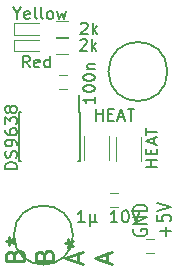
<source format=gto>
G04 #@! TF.FileFunction,Legend,Top*
%FSLAX46Y46*%
G04 Gerber Fmt 4.6, Leading zero omitted, Abs format (unit mm)*
G04 Created by KiCad (PCBNEW 4.0.7) date Sat Jun  9 20:27:24 2018*
%MOMM*%
%LPD*%
G01*
G04 APERTURE LIST*
%ADD10C,0.100000*%
%ADD11C,0.200000*%
%ADD12C,0.250000*%
%ADD13C,0.150000*%
%ADD14C,0.120000*%
G04 APERTURE END LIST*
D10*
D11*
X61150000Y-50461904D02*
X61092857Y-50557142D01*
X61092857Y-50699999D01*
X61150000Y-50842857D01*
X61264286Y-50938095D01*
X61378571Y-50985714D01*
X61607143Y-51033333D01*
X61778571Y-51033333D01*
X62007143Y-50985714D01*
X62121429Y-50938095D01*
X62235714Y-50842857D01*
X62292857Y-50699999D01*
X62292857Y-50604761D01*
X62235714Y-50461904D01*
X62178571Y-50414285D01*
X61778571Y-50414285D01*
X61778571Y-50604761D01*
X62292857Y-49985714D02*
X61092857Y-49985714D01*
X62292857Y-49414285D01*
X61092857Y-49414285D01*
X62292857Y-48938095D02*
X61092857Y-48938095D01*
X61092857Y-48700000D01*
X61150000Y-48557142D01*
X61264286Y-48461904D01*
X61378571Y-48414285D01*
X61607143Y-48366666D01*
X61778571Y-48366666D01*
X62007143Y-48414285D01*
X62121429Y-48461904D01*
X62235714Y-48557142D01*
X62292857Y-48700000D01*
X62292857Y-48938095D01*
X63835714Y-50985714D02*
X63835714Y-50223809D01*
X64292857Y-50604761D02*
X63378571Y-50604761D01*
X63092857Y-49271428D02*
X63092857Y-49747619D01*
X63664286Y-49795238D01*
X63607143Y-49747619D01*
X63550000Y-49652381D01*
X63550000Y-49414285D01*
X63607143Y-49319047D01*
X63664286Y-49271428D01*
X63778571Y-49223809D01*
X64064286Y-49223809D01*
X64178571Y-49271428D01*
X64235714Y-49319047D01*
X64292857Y-49414285D01*
X64292857Y-49652381D01*
X64235714Y-49747619D01*
X64178571Y-49795238D01*
X63092857Y-48938095D02*
X64292857Y-48604762D01*
X63092857Y-48271428D01*
D12*
X51042857Y-52642857D02*
X51114286Y-52428571D01*
X51185714Y-52357143D01*
X51328571Y-52285714D01*
X51542857Y-52285714D01*
X51685714Y-52357143D01*
X51757143Y-52428571D01*
X51828571Y-52571429D01*
X51828571Y-53142857D01*
X50328571Y-53142857D01*
X50328571Y-52642857D01*
X50400000Y-52500000D01*
X50471429Y-52428571D01*
X50614286Y-52357143D01*
X50757143Y-52357143D01*
X50900000Y-52428571D01*
X50971429Y-52500000D01*
X51042857Y-52642857D01*
X51042857Y-53142857D01*
X50328571Y-51428571D02*
X50685714Y-51428571D01*
X50542857Y-51785714D02*
X50685714Y-51428571D01*
X50542857Y-51071429D01*
X50971429Y-51642857D02*
X50685714Y-51428571D01*
X50971429Y-51214286D01*
X53542857Y-52642857D02*
X53614286Y-52428571D01*
X53685714Y-52357143D01*
X53828571Y-52285714D01*
X54042857Y-52285714D01*
X54185714Y-52357143D01*
X54257143Y-52428571D01*
X54328571Y-52571429D01*
X54328571Y-53142857D01*
X52828571Y-53142857D01*
X52828571Y-52642857D01*
X52900000Y-52500000D01*
X52971429Y-52428571D01*
X53114286Y-52357143D01*
X53257143Y-52357143D01*
X53400000Y-52428571D01*
X53471429Y-52500000D01*
X53542857Y-52642857D01*
X53542857Y-53142857D01*
X56400000Y-53214286D02*
X56400000Y-52500000D01*
X56828571Y-53357143D02*
X55328571Y-52857143D01*
X56828571Y-52357143D01*
X55328571Y-51642857D02*
X55685714Y-51642857D01*
X55542857Y-52000000D02*
X55685714Y-51642857D01*
X55542857Y-51285715D01*
X55971429Y-51857143D02*
X55685714Y-51642857D01*
X55971429Y-51428572D01*
X58900000Y-53214286D02*
X58900000Y-52500000D01*
X59328571Y-53357143D02*
X57828571Y-52857143D01*
X59328571Y-52357143D01*
D13*
X64000000Y-37100000D02*
G75*
G03X64000000Y-37100000I-2500000J0D01*
G01*
X56000000Y-50950000D02*
G75*
G03X56000000Y-50950000I-2500000J0D01*
G01*
D14*
X59850000Y-48600000D02*
X59150000Y-48600000D01*
X59150000Y-47400000D02*
X59850000Y-47400000D01*
X55500000Y-38600000D02*
X54800000Y-38600000D01*
X54800000Y-37400000D02*
X55500000Y-37400000D01*
X62850000Y-52500000D02*
X62150000Y-52500000D01*
X62150000Y-51300000D02*
X62850000Y-51300000D01*
X51000000Y-33000000D02*
X51000000Y-34000000D01*
X51000000Y-34000000D02*
X53100000Y-34000000D01*
X51000000Y-33000000D02*
X53100000Y-33000000D01*
X51000000Y-34400000D02*
X51000000Y-35400000D01*
X51000000Y-35400000D02*
X53100000Y-35400000D01*
X51000000Y-34400000D02*
X53100000Y-34400000D01*
X55600000Y-34180000D02*
X54600000Y-34180000D01*
X54600000Y-32820000D02*
X55600000Y-32820000D01*
X55600000Y-35580000D02*
X54600000Y-35580000D01*
X54600000Y-34220000D02*
X55600000Y-34220000D01*
X59630000Y-44650000D02*
X59630000Y-42650000D01*
X61770000Y-42650000D02*
X61770000Y-44650000D01*
X56930000Y-44600000D02*
X56930000Y-42600000D01*
X59070000Y-42600000D02*
X59070000Y-44600000D01*
D13*
X56575000Y-40525000D02*
X56525000Y-40525000D01*
X56575000Y-44675000D02*
X56430000Y-44675000D01*
X51425000Y-44675000D02*
X51570000Y-44675000D01*
X51425000Y-40525000D02*
X51570000Y-40525000D01*
X56575000Y-40525000D02*
X56575000Y-44675000D01*
X51425000Y-40525000D02*
X51425000Y-44675000D01*
X56525000Y-40525000D02*
X56525000Y-39125000D01*
X57852381Y-39219047D02*
X57852381Y-39790476D01*
X57852381Y-39504762D02*
X56852381Y-39504762D01*
X56995238Y-39600000D01*
X57090476Y-39695238D01*
X57138095Y-39790476D01*
X56852381Y-38600000D02*
X56852381Y-38504761D01*
X56900000Y-38409523D01*
X56947619Y-38361904D01*
X57042857Y-38314285D01*
X57233333Y-38266666D01*
X57471429Y-38266666D01*
X57661905Y-38314285D01*
X57757143Y-38361904D01*
X57804762Y-38409523D01*
X57852381Y-38504761D01*
X57852381Y-38600000D01*
X57804762Y-38695238D01*
X57757143Y-38742857D01*
X57661905Y-38790476D01*
X57471429Y-38838095D01*
X57233333Y-38838095D01*
X57042857Y-38790476D01*
X56947619Y-38742857D01*
X56900000Y-38695238D01*
X56852381Y-38600000D01*
X56852381Y-37647619D02*
X56852381Y-37552380D01*
X56900000Y-37457142D01*
X56947619Y-37409523D01*
X57042857Y-37361904D01*
X57233333Y-37314285D01*
X57471429Y-37314285D01*
X57661905Y-37361904D01*
X57757143Y-37409523D01*
X57804762Y-37457142D01*
X57852381Y-37552380D01*
X57852381Y-37647619D01*
X57804762Y-37742857D01*
X57757143Y-37790476D01*
X57661905Y-37838095D01*
X57471429Y-37885714D01*
X57233333Y-37885714D01*
X57042857Y-37838095D01*
X56947619Y-37790476D01*
X56900000Y-37742857D01*
X56852381Y-37647619D01*
X57185714Y-36885714D02*
X57852381Y-36885714D01*
X57280952Y-36885714D02*
X57233333Y-36838095D01*
X57185714Y-36742857D01*
X57185714Y-36599999D01*
X57233333Y-36504761D01*
X57328571Y-36457142D01*
X57852381Y-36457142D01*
X57000000Y-49852381D02*
X56428571Y-49852381D01*
X56714285Y-49852381D02*
X56714285Y-48852381D01*
X56619047Y-48995238D01*
X56523809Y-49090476D01*
X56428571Y-49138095D01*
X57428571Y-49185714D02*
X57428571Y-50185714D01*
X57904762Y-49709524D02*
X57952381Y-49804762D01*
X58047619Y-49852381D01*
X57428571Y-49709524D02*
X57476190Y-49804762D01*
X57571428Y-49852381D01*
X57761905Y-49852381D01*
X57857143Y-49804762D01*
X57904762Y-49709524D01*
X57904762Y-49185714D01*
X59761905Y-49852381D02*
X59190476Y-49852381D01*
X59476190Y-49852381D02*
X59476190Y-48852381D01*
X59380952Y-48995238D01*
X59285714Y-49090476D01*
X59190476Y-49138095D01*
X60380952Y-48852381D02*
X60476191Y-48852381D01*
X60571429Y-48900000D01*
X60619048Y-48947619D01*
X60666667Y-49042857D01*
X60714286Y-49233333D01*
X60714286Y-49471429D01*
X60666667Y-49661905D01*
X60619048Y-49757143D01*
X60571429Y-49804762D01*
X60476191Y-49852381D01*
X60380952Y-49852381D01*
X60285714Y-49804762D01*
X60238095Y-49757143D01*
X60190476Y-49661905D01*
X60142857Y-49471429D01*
X60142857Y-49233333D01*
X60190476Y-49042857D01*
X60238095Y-48947619D01*
X60285714Y-48900000D01*
X60380952Y-48852381D01*
X61000000Y-48852381D02*
X61333333Y-49852381D01*
X61666667Y-48852381D01*
X51271428Y-32176190D02*
X51271428Y-32652381D01*
X50938095Y-31652381D02*
X51271428Y-32176190D01*
X51604762Y-31652381D01*
X52319048Y-32604762D02*
X52223810Y-32652381D01*
X52033333Y-32652381D01*
X51938095Y-32604762D01*
X51890476Y-32509524D01*
X51890476Y-32128571D01*
X51938095Y-32033333D01*
X52033333Y-31985714D01*
X52223810Y-31985714D01*
X52319048Y-32033333D01*
X52366667Y-32128571D01*
X52366667Y-32223810D01*
X51890476Y-32319048D01*
X52938095Y-32652381D02*
X52842857Y-32604762D01*
X52795238Y-32509524D01*
X52795238Y-31652381D01*
X53461905Y-32652381D02*
X53366667Y-32604762D01*
X53319048Y-32509524D01*
X53319048Y-31652381D01*
X53985715Y-32652381D02*
X53890477Y-32604762D01*
X53842858Y-32557143D01*
X53795239Y-32461905D01*
X53795239Y-32176190D01*
X53842858Y-32080952D01*
X53890477Y-32033333D01*
X53985715Y-31985714D01*
X54128573Y-31985714D01*
X54223811Y-32033333D01*
X54271430Y-32080952D01*
X54319049Y-32176190D01*
X54319049Y-32461905D01*
X54271430Y-32557143D01*
X54223811Y-32604762D01*
X54128573Y-32652381D01*
X53985715Y-32652381D01*
X54652382Y-31985714D02*
X54842858Y-32652381D01*
X55033335Y-32176190D01*
X55223811Y-32652381D01*
X55414287Y-31985714D01*
X52328572Y-36752381D02*
X51995238Y-36276190D01*
X51757143Y-36752381D02*
X51757143Y-35752381D01*
X52138096Y-35752381D01*
X52233334Y-35800000D01*
X52280953Y-35847619D01*
X52328572Y-35942857D01*
X52328572Y-36085714D01*
X52280953Y-36180952D01*
X52233334Y-36228571D01*
X52138096Y-36276190D01*
X51757143Y-36276190D01*
X53138096Y-36704762D02*
X53042858Y-36752381D01*
X52852381Y-36752381D01*
X52757143Y-36704762D01*
X52709524Y-36609524D01*
X52709524Y-36228571D01*
X52757143Y-36133333D01*
X52852381Y-36085714D01*
X53042858Y-36085714D01*
X53138096Y-36133333D01*
X53185715Y-36228571D01*
X53185715Y-36323810D01*
X52709524Y-36419048D01*
X54042858Y-36752381D02*
X54042858Y-35752381D01*
X54042858Y-36704762D02*
X53947620Y-36752381D01*
X53757143Y-36752381D01*
X53661905Y-36704762D01*
X53614286Y-36657143D01*
X53566667Y-36561905D01*
X53566667Y-36276190D01*
X53614286Y-36180952D01*
X53661905Y-36133333D01*
X53757143Y-36085714D01*
X53947620Y-36085714D01*
X54042858Y-36133333D01*
X56659524Y-33047619D02*
X56707143Y-33000000D01*
X56802381Y-32952381D01*
X57040477Y-32952381D01*
X57135715Y-33000000D01*
X57183334Y-33047619D01*
X57230953Y-33142857D01*
X57230953Y-33238095D01*
X57183334Y-33380952D01*
X56611905Y-33952381D01*
X57230953Y-33952381D01*
X57659524Y-33952381D02*
X57659524Y-32952381D01*
X57754762Y-33571429D02*
X58040477Y-33952381D01*
X58040477Y-33285714D02*
X57659524Y-33666667D01*
X56609524Y-34447619D02*
X56657143Y-34400000D01*
X56752381Y-34352381D01*
X56990477Y-34352381D01*
X57085715Y-34400000D01*
X57133334Y-34447619D01*
X57180953Y-34542857D01*
X57180953Y-34638095D01*
X57133334Y-34780952D01*
X56561905Y-35352381D01*
X57180953Y-35352381D01*
X57609524Y-35352381D02*
X57609524Y-34352381D01*
X57704762Y-34971429D02*
X57990477Y-35352381D01*
X57990477Y-34685714D02*
X57609524Y-35066667D01*
X57952381Y-41252381D02*
X57952381Y-40252381D01*
X57952381Y-40728571D02*
X58523810Y-40728571D01*
X58523810Y-41252381D02*
X58523810Y-40252381D01*
X59000000Y-40728571D02*
X59333334Y-40728571D01*
X59476191Y-41252381D02*
X59000000Y-41252381D01*
X59000000Y-40252381D01*
X59476191Y-40252381D01*
X59857143Y-40966667D02*
X60333334Y-40966667D01*
X59761905Y-41252381D02*
X60095238Y-40252381D01*
X60428572Y-41252381D01*
X60619048Y-40252381D02*
X61190477Y-40252381D01*
X60904762Y-41252381D02*
X60904762Y-40252381D01*
X63152381Y-45147619D02*
X62152381Y-45147619D01*
X62628571Y-45147619D02*
X62628571Y-44576190D01*
X63152381Y-44576190D02*
X62152381Y-44576190D01*
X62628571Y-44100000D02*
X62628571Y-43766666D01*
X63152381Y-43623809D02*
X63152381Y-44100000D01*
X62152381Y-44100000D01*
X62152381Y-43623809D01*
X62866667Y-43242857D02*
X62866667Y-42766666D01*
X63152381Y-43338095D02*
X62152381Y-43004762D01*
X63152381Y-42671428D01*
X62152381Y-42480952D02*
X62152381Y-41909523D01*
X63152381Y-42195238D02*
X62152381Y-42195238D01*
X51252381Y-45342857D02*
X50252381Y-45342857D01*
X50252381Y-45104762D01*
X50300000Y-44961904D01*
X50395238Y-44866666D01*
X50490476Y-44819047D01*
X50680952Y-44771428D01*
X50823810Y-44771428D01*
X51014286Y-44819047D01*
X51109524Y-44866666D01*
X51204762Y-44961904D01*
X51252381Y-45104762D01*
X51252381Y-45342857D01*
X51204762Y-44390476D02*
X51252381Y-44247619D01*
X51252381Y-44009523D01*
X51204762Y-43914285D01*
X51157143Y-43866666D01*
X51061905Y-43819047D01*
X50966667Y-43819047D01*
X50871429Y-43866666D01*
X50823810Y-43914285D01*
X50776190Y-44009523D01*
X50728571Y-44200000D01*
X50680952Y-44295238D01*
X50633333Y-44342857D01*
X50538095Y-44390476D01*
X50442857Y-44390476D01*
X50347619Y-44342857D01*
X50300000Y-44295238D01*
X50252381Y-44200000D01*
X50252381Y-43961904D01*
X50300000Y-43819047D01*
X51252381Y-43342857D02*
X51252381Y-43152381D01*
X51204762Y-43057142D01*
X51157143Y-43009523D01*
X51014286Y-42914285D01*
X50823810Y-42866666D01*
X50442857Y-42866666D01*
X50347619Y-42914285D01*
X50300000Y-42961904D01*
X50252381Y-43057142D01*
X50252381Y-43247619D01*
X50300000Y-43342857D01*
X50347619Y-43390476D01*
X50442857Y-43438095D01*
X50680952Y-43438095D01*
X50776190Y-43390476D01*
X50823810Y-43342857D01*
X50871429Y-43247619D01*
X50871429Y-43057142D01*
X50823810Y-42961904D01*
X50776190Y-42914285D01*
X50680952Y-42866666D01*
X50252381Y-42009523D02*
X50252381Y-42200000D01*
X50300000Y-42295238D01*
X50347619Y-42342857D01*
X50490476Y-42438095D01*
X50680952Y-42485714D01*
X51061905Y-42485714D01*
X51157143Y-42438095D01*
X51204762Y-42390476D01*
X51252381Y-42295238D01*
X51252381Y-42104761D01*
X51204762Y-42009523D01*
X51157143Y-41961904D01*
X51061905Y-41914285D01*
X50823810Y-41914285D01*
X50728571Y-41961904D01*
X50680952Y-42009523D01*
X50633333Y-42104761D01*
X50633333Y-42295238D01*
X50680952Y-42390476D01*
X50728571Y-42438095D01*
X50823810Y-42485714D01*
X50252381Y-41580952D02*
X50252381Y-40961904D01*
X50633333Y-41295238D01*
X50633333Y-41152380D01*
X50680952Y-41057142D01*
X50728571Y-41009523D01*
X50823810Y-40961904D01*
X51061905Y-40961904D01*
X51157143Y-41009523D01*
X51204762Y-41057142D01*
X51252381Y-41152380D01*
X51252381Y-41438095D01*
X51204762Y-41533333D01*
X51157143Y-41580952D01*
X50680952Y-40390476D02*
X50633333Y-40485714D01*
X50585714Y-40533333D01*
X50490476Y-40580952D01*
X50442857Y-40580952D01*
X50347619Y-40533333D01*
X50300000Y-40485714D01*
X50252381Y-40390476D01*
X50252381Y-40199999D01*
X50300000Y-40104761D01*
X50347619Y-40057142D01*
X50442857Y-40009523D01*
X50490476Y-40009523D01*
X50585714Y-40057142D01*
X50633333Y-40104761D01*
X50680952Y-40199999D01*
X50680952Y-40390476D01*
X50728571Y-40485714D01*
X50776190Y-40533333D01*
X50871429Y-40580952D01*
X51061905Y-40580952D01*
X51157143Y-40533333D01*
X51204762Y-40485714D01*
X51252381Y-40390476D01*
X51252381Y-40199999D01*
X51204762Y-40104761D01*
X51157143Y-40057142D01*
X51061905Y-40009523D01*
X50871429Y-40009523D01*
X50776190Y-40057142D01*
X50728571Y-40104761D01*
X50680952Y-40199999D01*
M02*

</source>
